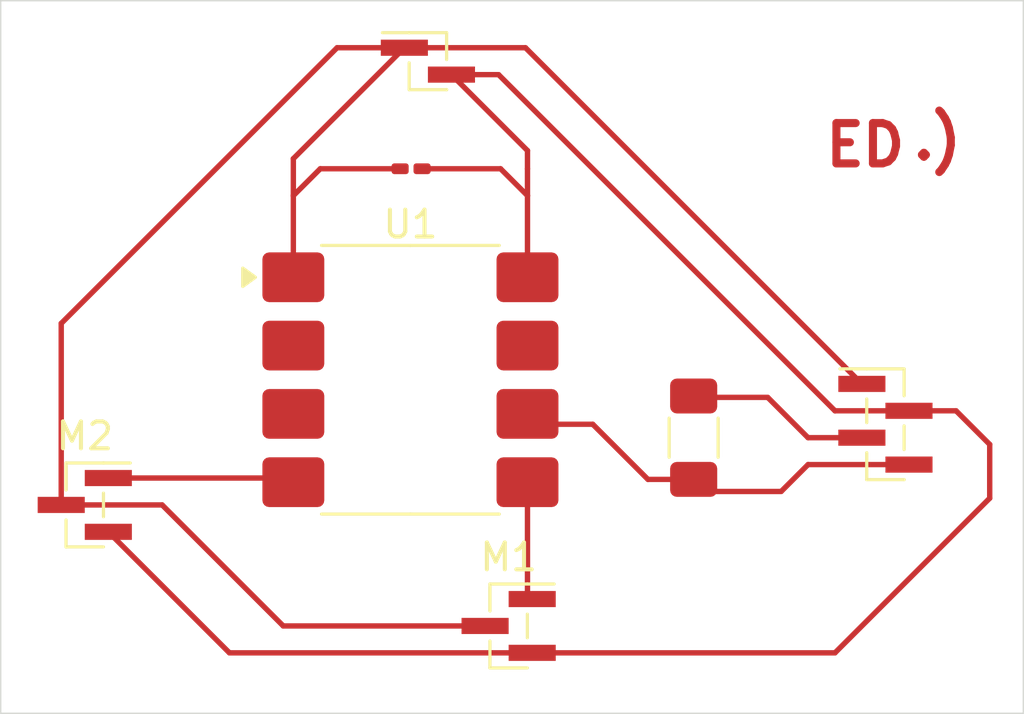
<source format=kicad_pcb>
(kicad_pcb (version 20240108) (generator "pcbnew") (generator_version "8.0")
  (layers (0 "F.Cu" signal) (31 "B.Cu" signal) (34 "B.Paste" user) (35 "F.Paste" user) (36 "B.SilkS" user "B.Silkscreen") (37 "F.SilkS" user "F.Silkscreen") (38 "B.Mask" user) (39 "F.Mask" user) (44 "Edge.Cuts" user))
  (net 0 "")
  (net 1 "Net-(UPDI1-Pin_3)")
  (net 2 "Net-(U1-~{RESET}{slash}PA0)")
  (net 3 "Net-(M1-+)")
  (net 4 "Net-(M1-PWM)")
  (net 5 "Net-(M2-PWM)")
  (net 6 "unconnected-(U1-PA7-Pad3)")
  (footprint "Connector_PinHeader_1.00mm:PinHeader_1x04_P1.00mm_Vertical_SMD_Pin1Left" (layer "F.Cu") (at 169.125 83.25)
    (property "Reference" "UPDI1" (hide yes))
    (property "Value" "Conn_01x04_Pin" (hide yes))
    (fp_line (start -0.695 -2.06) (end -1.69 -2.06) (stroke (width 0.12)) (layer "F.SilkS"))
    (fp_line (start -0.695 -2.06) (end -0.695 -2.06) (stroke (width 0.12)) (layer "F.SilkS"))
    (fp_line (start -0.695 -2.06) (end 0.695 -2.06) (stroke (width 0.12)) (layer "F.SilkS"))
    (fp_line (start -0.695 -0.94) (end -0.695 -0.06) (stroke (width 0.12)) (layer "F.SilkS"))
    (fp_line (start -0.695 1.06) (end -0.695 2.06) (stroke (width 0.12)) (layer "F.SilkS"))
    (fp_line (start -0.695 2.06) (end 0.695 2.06) (stroke (width 0.12)) (layer "F.SilkS"))
    (fp_line (start 0.695 -2.06) (end 0.695 -1.06) (stroke (width 0.12)) (layer "F.SilkS"))
    (fp_line (start 0.695 0.06) (end 0.695 0.94) (stroke (width 0.12)) (layer "F.SilkS"))
    (fp_line (start 0.695 2.06) (end 0.695 2.06) (stroke (width 0.12)) (layer "F.SilkS"))
    (pad "1" smd rect (at -0.875 -1.5) (size 1.75 0.6) (layers "F.Cu" "F.Paste" "F.Mask") (net 3 "Net-(M1-+)"))
    (pad "2" smd rect (at 0.875 -0.5) (size 1.75 0.6) (layers "F.Cu" "F.Paste" "F.Mask") (net 3 "Net-(M1-+)"))
    (pad "3" smd rect (at -0.875 0.5) (size 1.75 0.6) (layers "F.Cu" "F.Paste" "F.Mask") (net 1 "Net-(UPDI1-Pin_3)"))
    (pad "4" smd rect (at 0.875 1.5) (size 1.75 0.6) (layers "F.Cu" "F.Paste" "F.Mask") (net 2 "Net-(U1-~{RESET}{slash}PA0)"))
  )
  (footprint "Package_SO:SOP-8_6.605x9.655mm_P2.54mm" (layer "F.Cu") (at 151.475 81.595)
    (property "Reference" "U1" (at 0 -5.78 0) (layer "F.SilkS"))
    (property "Value" "ATtiny412-SS")
    (fp_line (start 0 -4.995) (end -3.3025 -4.995) (stroke (width 0.12)) (layer "F.SilkS"))
    (fp_line (start 0 -4.995) (end 3.3025 -4.995) (stroke (width 0.12)) (layer "F.SilkS"))
    (fp_line (start 0 4.995) (end -3.3025 4.995) (stroke (width 0.12)) (layer "F.SilkS"))
    (fp_line (start 0 4.995) (end 3.3025 4.995) (stroke (width 0.12)) (layer "F.SilkS"))
    (fp_poly (pts (xy -5.76 -3.81) (xy -6.23 -4.15) (xy -6.23 -3.47) (xy -5.76 -3.81)) (stroke (width 0.12)) (fill solid) (layer "F.SilkS"))
    (pad "1" smd roundrect (at -4.35 -3.81) (size 2.3 1.85) (layers "F.Cu" "F.Paste" "F.Mask") (roundrect_rratio 0.135135) (net 3 "Net-(M1-+)"))
    (pad "2" smd roundrect (at -4.35 -1.27) (size 2.3 1.85) (layers "F.Cu" "F.Paste" "F.Mask") (roundrect_rratio 0.135135))
    (pad "3" smd roundrect (at -4.35 1.27) (size 2.3 1.85) (layers "F.Cu" "F.Paste" "F.Mask") (roundrect_rratio 0.135135) (net 6 "unconnected-(U1-PA7-Pad3)"))
    (pad "4" smd roundrect (at -4.35 3.81) (size 2.3 1.85) (layers "F.Cu" "F.Paste" "F.Mask") (roundrect_rratio 0.135135) (net 5 "Net-(M2-PWM)"))
    (pad "5" smd roundrect (at 4.35 3.81) (size 2.3 1.85) (layers "F.Cu" "F.Paste" "F.Mask") (roundrect_rratio 0.135135) (net 4 "Net-(M1-PWM)"))
    (pad "6" smd roundrect (at 4.35 1.27) (size 2.3 1.85) (layers "F.Cu" "F.Paste" "F.Mask") (roundrect_rratio 0.135135) (net 2 "Net-(U1-~{RESET}{slash}PA0)"))
    (pad "7" smd roundrect (at 4.35 -1.27) (size 2.3 1.85) (layers "F.Cu" "F.Paste" "F.Mask") (roundrect_rratio 0.135135))
    (pad "8" smd roundrect (at 4.35 -3.81) (size 2.3 1.85) (layers "F.Cu" "F.Paste" "F.Mask") (roundrect_rratio 0.135135) (net 3 "Net-(M1-+)"))
  )
  (footprint "Capacitor_SMD:C_0201_0603Metric_Pad0.64x0.40mm_HandSolder" (layer "F.Cu") (at 151.5 73.75)
    (property "Reference" "100muf1" (hide yes))
    (property "Value" "C")
    (pad "1" smd roundrect (at -0.4075 0) (size 0.635 0.4) (layers "F.Cu" "F.Mask") (net 3 "Net-(M1-+)"))
    (pad "2" smd roundrect (at 0.4075 0) (size 0.635 0.4) (layers "F.Cu" "F.Mask") (net 3 "Net-(M1-+)"))
  )
  (footprint "Connector_PinHeader_1.00mm:PinHeader_1x02_P1.00mm_Vertical_SMD_Pin1Left" (layer "F.Cu") (at 152.125 69.75)
    (property "Reference" "Power(5V)1" (hide yes))
    (property "Value" "Conn_01x02_Pin" (hide yes))
    (fp_line (start -0.695 -1.06) (end -1.69 -1.06) (stroke (width 0.12)) (layer "F.SilkS"))
    (fp_line (start -0.695 -1.06) (end -0.695 -1.06) (stroke (width 0.12)) (layer "F.SilkS"))
    (fp_line (start -0.695 -1.06) (end 0.695 -1.06) (stroke (width 0.12)) (layer "F.SilkS"))
    (fp_line (start -0.695 0.06) (end -0.695 1.06) (stroke (width 0.12)) (layer "F.SilkS"))
    (fp_line (start -0.695 1.06) (end 0.695 1.06) (stroke (width 0.12)) (layer "F.SilkS"))
    (fp_line (start 0.695 -1.06) (end 0.695 -0.06) (stroke (width 0.12)) (layer "F.SilkS"))
    (fp_line (start 0.695 1.06) (end 0.695 1.06) (stroke (width 0.12)) (layer "F.SilkS"))
    (pad "1" smd rect (at -0.875 -0.5) (size 1.75 0.6) (layers "F.Cu" "F.Paste" "F.Mask") (net 3 "Net-(M1-+)"))
    (pad "2" smd rect (at 0.875 0.5) (size 1.75 0.6) (layers "F.Cu" "F.Paste" "F.Mask") (net 3 "Net-(M1-+)"))
  )
  (footprint "Connector_PinHeader_1.00mm:PinHeader_1x03_P1.00mm_Vertical_SMD_Pin1Right" (layer "F.Cu") (at 155.125 90.75)
    (property "Reference" "M1" (at 0 -2.56 0) (layer "F.SilkS"))
    (property "Value" "Motor_Servo" (hide yes))
    (fp_line (start -0.695 -1.56) (end -0.695 -0.56) (stroke (width 0.12)) (layer "F.SilkS"))
    (fp_line (start -0.695 -1.56) (end 0.695 -1.56) (stroke (width 0.12)) (layer "F.SilkS"))
    (fp_line (start -0.695 -1.44) (end -0.695 -0.56) (stroke (width 0.12)) (layer "F.SilkS"))
    (fp_line (start -0.695 0.56) (end -0.695 1.56) (stroke (width 0.12)) (layer "F.SilkS"))
    (fp_line (start -0.695 1.56) (end -0.695 1.56) (stroke (width 0.12)) (layer "F.SilkS"))
    (fp_line (start -0.695 1.56) (end 0.695 1.56) (stroke (width 0.12)) (layer "F.SilkS"))
    (fp_line (start 0.695 -1.56) (end 0.695 -1.56) (stroke (width 0.12)) (layer "F.SilkS"))
    (fp_line (start 0.695 -1.56) (end 1.69 -1.56) (stroke (width 0.12)) (layer "F.SilkS"))
    (fp_line (start 0.695 -0.44) (end 0.695 0.44) (stroke (width 0.12)) (layer "F.SilkS"))
    (pad "1" smd rect (at 0.875 -1) (size 1.75 0.6) (layers "F.Cu" "F.Paste" "F.Mask") (net 4 "Net-(M1-PWM)"))
    (pad "2" smd rect (at -0.875 0) (size 1.75 0.6) (layers "F.Cu" "F.Paste" "F.Mask") (net 3 "Net-(M1-+)"))
    (pad "3" smd rect (at 0.875 1) (size 1.75 0.6) (layers "F.Cu" "F.Paste" "F.Mask") (net 3 "Net-(M1-+)"))
  )
  (footprint "Connector_PinHeader_1.00mm:PinHeader_1x03_P1.00mm_Vertical_SMD_Pin1Right" (layer "F.Cu") (at 139.375 86.25)
    (property "Reference" "M2" (at 0 -2.56 0) (layer "F.SilkS"))
    (property "Value" "Motor_Servo" (hide yes))
    (fp_line (start -0.695 -1.56) (end -0.695 -0.56) (stroke (width 0.12)) (layer "F.SilkS"))
    (fp_line (start -0.695 -1.56) (end 0.695 -1.56) (stroke (width 0.12)) (layer "F.SilkS"))
    (fp_line (start -0.695 -1.44) (end -0.695 -0.56) (stroke (width 0.12)) (layer "F.SilkS"))
    (fp_line (start -0.695 0.56) (end -0.695 1.56) (stroke (width 0.12)) (layer "F.SilkS"))
    (fp_line (start -0.695 1.56) (end -0.695 1.56) (stroke (width 0.12)) (layer "F.SilkS"))
    (fp_line (start -0.695 1.56) (end 0.695 1.56) (stroke (width 0.12)) (layer "F.SilkS"))
    (fp_line (start 0.695 -1.56) (end 0.695 -1.56) (stroke (width 0.12)) (layer "F.SilkS"))
    (fp_line (start 0.695 -1.56) (end 1.69 -1.56) (stroke (width 0.12)) (layer "F.SilkS"))
    (fp_line (start 0.695 -0.44) (end 0.695 0.44) (stroke (width 0.12)) (layer "F.SilkS"))
    (pad "1" smd rect (at 0.875 -1) (size 1.75 0.6) (layers "F.Cu" "F.Paste" "F.Mask") (net 5 "Net-(M2-PWM)"))
    (pad "2" smd rect (at -0.875 0) (size 1.75 0.6) (layers "F.Cu" "F.Paste" "F.Mask") (net 3 "Net-(M1-+)"))
    (pad "3" smd rect (at 0.875 1) (size 1.75 0.6) (layers "F.Cu" "F.Paste" "F.Mask") (net 3 "Net-(M1-+)"))
  )
  (footprint "Resistor_SMD:R_1206_3216Metric_Pad1.30x1.75mm_HandSolder" (layer "F.Cu") (at 162 83.75 90)
    (property "Reference" "4.7KOhm1" (hide yes))
    (property "Value" "R" (hide yes))
    (fp_line (start -0.727064 -0.91) (end 0.727064 -0.91) (stroke (width 0.12)) (layer "F.SilkS"))
    (fp_line (start -0.727064 0.91) (end 0.727064 0.91) (stroke (width 0.12)) (layer "F.SilkS"))
    (pad "1" smd roundrect (at -1.55 0 90) (size 1.3 1.75) (layers "F.Cu" "F.Paste" "F.Mask") (roundrect_rratio 0.192308) (net 2 "Net-(U1-~{RESET}{slash}PA0)"))
    (pad "2" smd roundrect (at 1.55 0 90) (size 1.3 1.75) (layers "F.Cu" "F.Paste" "F.Mask") (roundrect_rratio 0.192308) (net 1 "Net-(UPDI1-Pin_3)"))
  )
  (gr_rect (start 136.25 67.5) (end 174.25 94) (stroke (width 0.05)) (fill none) (layer "Edge.Cuts"))
  (gr_text "ED" (at 166.75 73.75 0) (layer "F.Cu") (effects (font (size 1.5 1.5) (thickness 0.3) (bold yes)) (justify left bottom)))
  (gr_text ".)" (at 170 73.5 0) (layer "F.Cu") (effects (font (size 1.5 1.5) (thickness 0.3) (bold yes)) (justify left bottom)))
  (segment (start 164.75 82.25) (end 162.05 82.25) (width 0.2) (layer "F.Cu") (net 1))
  (segment (start 168.25 83.75) (end 166.25 83.75) (width 0.2) (layer "F.Cu") (net 1))
  (segment (start 162.05 82.25) (end 162 82.2) (width 0.2) (layer "F.Cu") (net 1))
  (segment (start 166.25 83.75) (end 164.75 82.25) (width 0.2) (layer "F.Cu") (net 1))
  (segment (start 162 85.3) (end 160.3 85.3) (width 0.2) (layer "F.Cu") (net 2))
  (segment (start 160.3 85.3) (end 158.25 83.25) (width 0.2) (layer "F.Cu") (net 2))
  (segment (start 158.25 83.25) (end 156.21 83.25) (width 0.2) (layer "F.Cu") (net 2))
  (segment (start 162.45 85.75) (end 162 85.3) (width 0.2) (layer "F.Cu") (net 2))
  (segment (start 170 84.75) (end 166.25 84.75) (width 0.2) (layer "F.Cu") (net 2))
  (segment (start 166.25 84.75) (end 165.25 85.75) (width 0.2) (layer "F.Cu") (net 2))
  (segment (start 156.21 83.25) (end 155.825 82.865) (width 0.2) (layer "F.Cu") (net 2))
  (segment (start 165.25 85.75) (end 162.45 85.75) (width 0.2) (layer "F.Cu") (net 2))
  (segment (start 154.825 73.75) (end 155.825 74.75) (width 0.2) (layer "F.Cu") (net 3))
  (segment (start 138.5 79.5) (end 148.75 69.25) (width 0.2) (layer "F.Cu") (net 3))
  (segment (start 155.825 73.075) (end 155.825 73.75) (width 0.2) (layer "F.Cu") (net 3))
  (segment (start 151.25 69.25) (end 147.125 73.375) (width 0.2) (layer "F.Cu") (net 3))
  (segment (start 173 86) (end 173 84) (width 0.2) (layer "F.Cu") (net 3))
  (segment (start 173 84) (end 171.75 82.75) (width 0.2) (layer "F.Cu") (net 3))
  (segment (start 147.125 73.375) (end 147.125 74.75) (width 0.2) (layer "F.Cu") (net 3))
  (segment (start 167.25 82.75) (end 154.75 70.25) (width 0.2) (layer "F.Cu") (net 3))
  (segment (start 154.75 70.25) (end 153 70.25) (width 0.2) (layer "F.Cu") (net 3))
  (segment (start 171.75 82.75) (end 170 82.75) (width 0.2) (layer "F.Cu") (net 3))
  (segment (start 155.75 69.25) (end 151.25 69.25) (width 0.2) (layer "F.Cu") (net 3))
  (segment (start 146.75 90.75) (end 142.25 86.25) (width 0.2) (layer "F.Cu") (net 3))
  (segment (start 148.125 73.75) (end 151.0925 73.75) (width 0.2) (layer "F.Cu") (net 3))
  (segment (start 153 70.25) (end 155.825 73.075) (width 0.2) (layer "F.Cu") (net 3))
  (segment (start 140.25 87.25) (end 144.75 91.75) (width 0.2) (layer "F.Cu") (net 3))
  (segment (start 142.25 86.25) (end 138.5 86.25) (width 0.2) (layer "F.Cu") (net 3))
  (segment (start 148.125 73.75) (end 147.125 74.75) (width 0.2) (layer "F.Cu") (net 3))
  (segment (start 167.25 91.75) (end 173 86) (width 0.2) (layer "F.Cu") (net 3))
  (segment (start 168.25 81.75) (end 155.75 69.25) (width 0.2) (layer "F.Cu") (net 3))
  (segment (start 154.25 90.75) (end 146.75 90.75) (width 0.2) (layer "F.Cu") (net 3))
  (segment (start 148.75 69.25) (end 151.25 69.25) (width 0.2) (layer "F.Cu") (net 3))
  (segment (start 155.825 73.75) (end 155.825 74.75) (width 0.2) (layer "F.Cu") (net 3))
  (segment (start 147.125 74.75) (end 147.125 77.785) (width 0.2) (layer "F.Cu") (net 3))
  (segment (start 151.9075 73.75) (end 154.825 73.75) (width 0.2) (layer "F.Cu") (net 3))
  (segment (start 156 91.75) (end 167.25 91.75) (width 0.2) (layer "F.Cu") (net 3))
  (segment (start 144.75 91.75) (end 156 91.75) (width 0.2) (layer "F.Cu") (net 3))
  (segment (start 155.825 74.75) (end 155.825 77.785) (width 0.2) (layer "F.Cu") (net 3))
  (segment (start 138.5 86.25) (end 138.5 79.5) (width 0.2) (layer "F.Cu") (net 3))
  (segment (start 170 82.75) (end 167.25 82.75) (width 0.2) (layer "F.Cu") (net 3))
  (segment (start 155.825 89.575) (end 155.825 85.405) (width 0.2) (layer "F.Cu") (net 4))
  (segment (start 156 89.75) (end 155.825 89.575) (width 0.2) (layer "F.Cu") (net 4))
  (segment (start 146.97 85.25) (end 147.125 85.405) (width 0.2) (layer "F.Cu") (net 5))
  (segment (start 147.03 85.5) (end 147.125 85.405) (width 0.2) (layer "F.Cu") (net 5))
  (segment (start 140.25 85.25) (end 146.97 85.25) (width 0.2) (layer "F.Cu") (net 5))
  (segment (start 146.99 83) (end 147.125 82.865) (width 0.2) (layer "F.Cu") (net 6))
)
</source>
